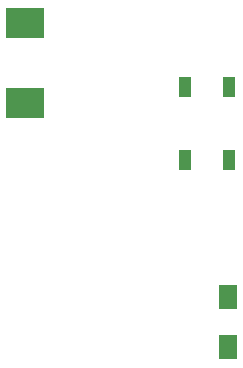
<source format=gbr>
%TF.GenerationSoftware,KiCad,Pcbnew,(6.0.5-0)*%
%TF.CreationDate,2022-06-06T17:24:23+02:00*%
%TF.ProjectId,BlackPanda,426c6163-6b50-4616-9e64-612e6b696361,rev?*%
%TF.SameCoordinates,Original*%
%TF.FileFunction,Paste,Bot*%
%TF.FilePolarity,Positive*%
%FSLAX46Y46*%
G04 Gerber Fmt 4.6, Leading zero omitted, Abs format (unit mm)*
G04 Created by KiCad (PCBNEW (6.0.5-0)) date 2022-06-06 17:24:23*
%MOMM*%
%LPD*%
G01*
G04 APERTURE LIST*
%ADD10R,1.100000X1.800000*%
%ADD11R,3.300000X2.500000*%
%ADD12R,1.500000X2.120000*%
G04 APERTURE END LIST*
D10*
%TO.C,SW1*%
X209450000Y-74450000D03*
X209450000Y-68250000D03*
X213150000Y-68250000D03*
X213150000Y-74450000D03*
%TD*%
D11*
%TO.C,D3*%
X195900000Y-62800000D03*
X195900000Y-69600000D03*
%TD*%
D12*
%TO.C,D1*%
X213100000Y-90215000D03*
X213100000Y-85985000D03*
%TD*%
M02*

</source>
